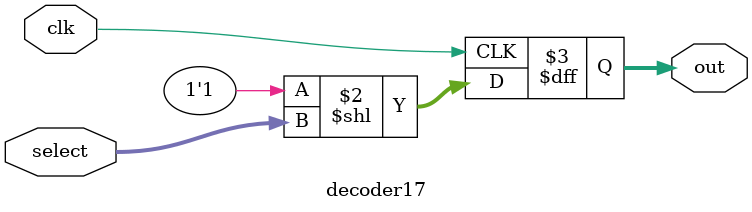
<source format=v>
module decoder17 (
    input clk,
    input  [7:0]  select,
    output reg [16:0] out
    );

    always @ (posedge clk)
        out <= 1'b1 << select;  

endmodule

</source>
